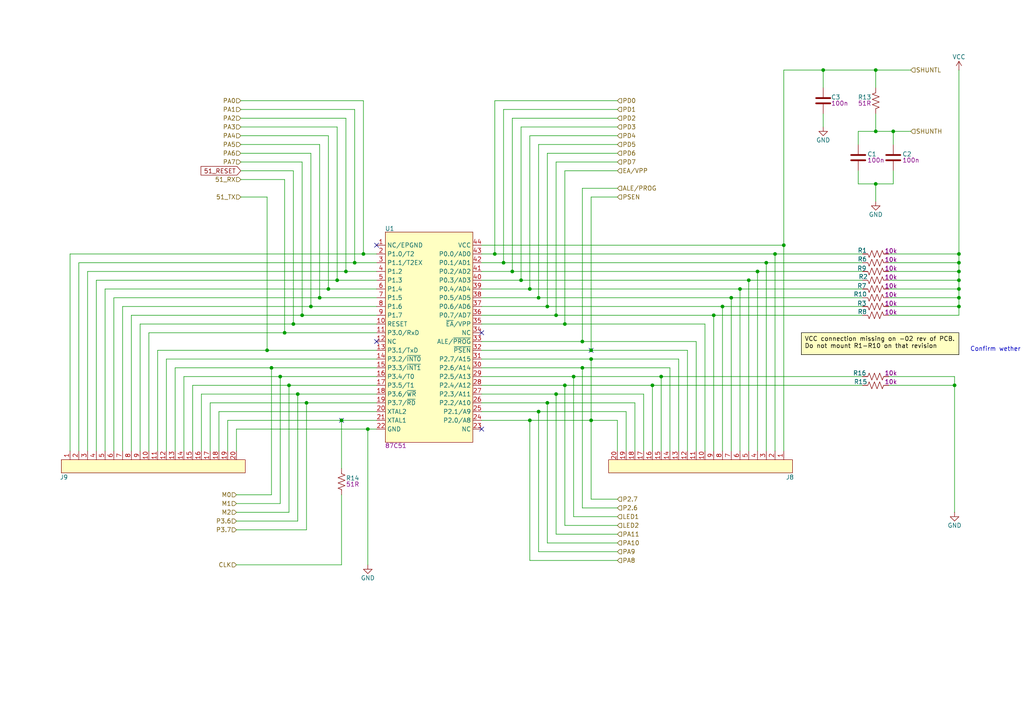
<source format=kicad_sch>
(kicad_sch (version 20231120) (generator "eeschema") (generator_version "8.0")
  (paper "A4")
  (lib_symbols
    (symbol "0603_Yageo_Res:RES_10k_0603" (pin_numbers hide)
      (property "Reference" "R" (at -20.32 5.08 0))
      (property "Display Value" "10k" (at 15.24 5.08 0))
      (symbol "RES_10k_0603_0_1"
        (polyline (pts (xy -2.286 0) (xy -2.54 0)))
        (polyline (pts (xy 2.286 0) (xy 2.54 0)))
        (polyline (pts (xy -2.286 0) (xy -1.905 1.016) (xy -1.524 0) (xy -1.143 -1.016) (xy -0.762 0)))
        (polyline (pts (xy -0.762 0) (xy -0.381 1.016) (xy 0 0) (xy 0.381 -1.016) (xy 0.762 0)))
        (polyline (pts (xy 0.762 0) (xy 1.143 1.016) (xy 1.524 0) (xy 1.905 -1.016) (xy 2.286 0)))
      )
      (symbol "RES_10k_0603_1_1"
        (pin passive line (at -3.81 0 0) (length 1.27) (name "~") (number "1"))
        (pin passive line (at 3.81 0 180) (length 1.27) (name "~") (number "2"))
      )
    )
    (symbol "0603_Yageo_Res:RES_51R_0603" (pin_numbers hide)
      (property "Reference" "R" (at -20.32 5.08 0))
      (property "Display Value" "51R" (at 15.24 5.08 0))
      (symbol "RES_51R_0603_0_1"
        (polyline (pts (xy -2.286 0) (xy -2.54 0)))
        (polyline (pts (xy 2.286 0) (xy 2.54 0)))
        (polyline (pts (xy -2.286 0) (xy -1.905 1.016) (xy -1.524 0) (xy -1.143 -1.016) (xy -0.762 0)))
        (polyline (pts (xy -0.762 0) (xy -0.381 1.016) (xy 0 0) (xy 0.381 -1.016) (xy 0.762 0)))
        (polyline (pts (xy 0.762 0) (xy 1.143 1.016) (xy 1.524 0) (xy 1.905 -1.016) (xy 2.286 0)))
      )
      (symbol "RES_51R_0603_1_1"
        (pin passive line (at -3.81 0 0) (length 1.27) (name "~") (number "1"))
        (pin passive line (at 3.81 0 180) (length 1.27) (name "~") (number "2"))
      )
    )
    (symbol "NAE_Connectors:VERT_HDR_20_2.54mm"
      (property "Reference" "J" (at 1.27 3.81 0))
      (symbol "VERT_HDR_20_2.54mm_1_1"
        (rectangle (start 0 2.54) (end 3.81 -50.8) (fill (type background)))
        (pin unspecified line (at -2.54 0 0) (length 2.54) (name "") (number "1"))
        (pin unspecified line (at -2.54 -22.86 0) (length 2.54) (name "") (number "10"))
        (pin unspecified line (at -2.54 -25.4 0) (length 2.54) (name "") (number "11"))
        (pin unspecified line (at -2.54 -27.94 0) (length 2.54) (name "") (number "12"))
        (pin unspecified line (at -2.54 -30.48 0) (length 2.54) (name "") (number "13"))
        (pin unspecified line (at -2.54 -33.02 0) (length 2.54) (name "") (number "14"))
        (pin unspecified line (at -2.54 -35.56 0) (length 2.54) (name "") (number "15"))
        (pin unspecified line (at -2.54 -38.1 0) (length 2.54) (name "") (number "16"))
        (pin unspecified line (at -2.54 -40.64 0) (length 2.54) (name "") (number "17"))
        (pin unspecified line (at -2.54 -43.18 0) (length 2.54) (name "") (number "18"))
        (pin unspecified line (at -2.54 -45.72 0) (length 2.54) (name "") (number "19"))
        (pin unspecified line (at -2.54 -2.54 0) (length 2.54) (name "") (number "2"))
        (pin unspecified line (at -2.54 -48.26 0) (length 2.54) (name "") (number "20"))
        (pin unspecified line (at -2.54 -5.08 0) (length 2.54) (name "") (number "3"))
        (pin unspecified line (at -2.54 -7.62 0) (length 2.54) (name "") (number "4"))
        (pin unspecified line (at -2.54 -10.16 0) (length 2.54) (name "") (number "5"))
        (pin unspecified line (at -2.54 -12.7 0) (length 2.54) (name "") (number "6"))
        (pin unspecified line (at -2.54 -15.24 0) (length 2.54) (name "") (number "7"))
        (pin unspecified line (at -2.54 -17.78 0) (length 2.54) (name "") (number "8"))
        (pin unspecified line (at -2.54 -20.32 0) (length 2.54) (name "") (number "9"))
      )
    )
    (symbol "NAE_Integrated_Circuits:87C51_Socket"
      (property "Reference" "U" (at -11.43 5.08 0))
      (property "Display Value" "87C51" (at -10.16 -58.42 0))
      (symbol "87C51_Socket_1_1"
        (rectangle (start -12.7 3.81) (end 12.7 -57.15) (fill (type background)))
        (pin unspecified line (at -15.24 0 0) (length 2.54) (name "NC/EPGND") (number "1"))
        (pin unspecified line (at -15.24 -22.86 0) (length 2.54) (name "RESET") (number "10"))
        (pin unspecified line (at -15.24 -25.4 0) (length 2.54) (name "P3.0/RxD") (number "11"))
        (pin unspecified line (at -15.24 -27.94 0) (length 2.54) (name "NC") (number "12"))
        (pin unspecified line (at -15.24 -30.48 0) (length 2.54) (name "P3.1/TxD") (number "13"))
        (pin unspecified line (at -15.24 -33.02 0) (length 2.54) (name "P3.2/~{INT0}") (number "14"))
        (pin unspecified line (at -15.24 -35.56 0) (length 2.54) (name "P3.3/~{INT1}") (number "15"))
        (pin unspecified line (at -15.24 -38.1 0) (length 2.54) (name "P3.4/T0") (number "16"))
        (pin unspecified line (at -15.24 -40.64 0) (length 2.54) (name "P3.5/T1") (number "17"))
        (pin unspecified line (at -15.24 -43.18 0) (length 2.54) (name "P3.6/~{WR}") (number "18"))
        (pin unspecified line (at -15.24 -45.72 0) (length 2.54) (name "P3.7/~{RD}") (number "19"))
        (pin unspecified line (at -15.24 -2.54 0) (length 2.54) (name "P1.0/T2") (number "2"))
        (pin unspecified line (at -15.24 -48.26 0) (length 2.54) (name "XTAL2") (number "20"))
        (pin unspecified line (at -15.24 -50.8 0) (length 2.54) (name "XTAL1") (number "21"))
        (pin unspecified line (at -15.24 -53.34 0) (length 2.54) (name "GND") (number "22"))
        (pin unspecified line (at 15.24 -53.34 180) (length 2.54) (name "NC") (number "23"))
        (pin unspecified line (at 15.24 -50.8 180) (length 2.54) (name "P2.0/A8") (number "24"))
        (pin unspecified line (at 15.24 -48.26 180) (length 2.54) (name "P2.1/A9") (number "25"))
        (pin unspecified line (at 15.24 -45.72 180) (length 2.54) (name "P2.2/A10") (number "26"))
        (pin unspecified line (at 15.24 -43.18 180) (length 2.54) (name "P2.3/A11") (number "27"))
        (pin unspecified line (at 15.24 -40.64 180) (length 2.54) (name "P2.4/A12") (number "28"))
        (pin unspecified line (at 15.24 -38.1 180) (length 2.54) (name "P2.5/A13") (number "29"))
        (pin unspecified line (at -15.24 -5.08 0) (length 2.54) (name "P1.1/T2EX") (number "3"))
        (pin unspecified line (at 15.24 -35.56 180) (length 2.54) (name "P2.6/A14") (number "30"))
        (pin unspecified line (at 15.24 -33.02 180) (length 2.54) (name "P2.7/A15") (number "31"))
        (pin unspecified line (at 15.24 -30.48 180) (length 2.54) (name "~{PSEN}") (number "32"))
        (pin unspecified line (at 15.24 -27.94 180) (length 2.54) (name "ALE/~{PROG}") (number "33"))
        (pin unspecified line (at 15.24 -25.4 180) (length 2.54) (name "NC") (number "34"))
        (pin unspecified line (at 15.24 -22.86 180) (length 2.54) (name "~{EA}/VPP") (number "35"))
        (pin unspecified line (at 15.24 -20.32 180) (length 2.54) (name "P0.7/AD7") (number "36"))
        (pin unspecified line (at 15.24 -17.78 180) (length 2.54) (name "P0.6/AD6") (number "37"))
        (pin unspecified line (at 15.24 -15.24 180) (length 2.54) (name "P0.5/AD5") (number "38"))
        (pin unspecified line (at 15.24 -12.7 180) (length 2.54) (name "P0.4/AD4") (number "39"))
        (pin unspecified line (at -15.24 -7.62 0) (length 2.54) (name "P1.2") (number "4"))
        (pin unspecified line (at 15.24 -10.16 180) (length 2.54) (name "P0.3/AD3") (number "40"))
        (pin unspecified line (at 15.24 -7.62 180) (length 2.54) (name "P0.2/AD2") (number "41"))
        (pin unspecified line (at 15.24 -5.08 180) (length 2.54) (name "P0.1/AD1") (number "42"))
        (pin unspecified line (at 15.24 -2.54 180) (length 2.54) (name "P0.0/AD0") (number "43"))
        (pin unspecified line (at 15.24 0 180) (length 2.54) (name "VCC") (number "44"))
        (pin unspecified line (at -15.24 -10.16 0) (length 2.54) (name "P1.3") (number "5"))
        (pin unspecified line (at -15.24 -12.7 0) (length 2.54) (name "P1.4") (number "6"))
        (pin unspecified line (at -15.24 -15.24 0) (length 2.54) (name "P1.5") (number "7"))
        (pin unspecified line (at -15.24 -17.78 0) (length 2.54) (name "P1.6") (number "8"))
        (pin unspecified line (at -15.24 -20.32 0) (length 2.54) (name "P1.7") (number "9"))
      )
    )
    (symbol "nae_caps:CAP_100n_6.3V_0603" (pin_numbers hide)
      (property "Reference" "C" (at -20.32 5.08 0))
      (property "Display Value" "100n" (at 15.24 5.08 0))
      (symbol "CAP_100n_6.3V_0603_0_1"
        (polyline (pts (xy -0.762 -2.032) (xy -0.762 2.032)) (stroke (width 0.508)))
        (polyline (pts (xy 0.762 -2.032) (xy 0.762 2.032)) (stroke (width 0.508)))
      )
      (symbol "CAP_100n_6.3V_0603_1_1"
        (pin passive line (at -3.81 0 0) (length 2.794) (name "~") (number "1"))
        (pin passive line (at 3.81 0 180) (length 2.794) (name "~") (number "2"))
      )
    )
    (symbol "power:GND" (power) (pin_numbers hide) (pin_names (offset 0) hide)
      (property "Value" "GND" (at 0 -3.81 0))
      (symbol "GND_0_1"
        (polyline (pts (xy 0 0) (xy 0 -1.27) (xy 1.27 -1.27) (xy 0 -2.54) (xy -1.27 -1.27) (xy 0 -1.27)))
      )
      (symbol "GND_1_1"
        (pin power_in line (at 0 0 270) (length 0) (name "~") (number "1"))
      )
    )
    (symbol "power:VCC" (power) (pin_numbers hide) (pin_names (offset 0) hide)
      (property "Value" "VCC" (at 0 3.556 0))
      (symbol "VCC_0_1"
        (polyline (pts (xy -0.762 1.27) (xy 0 2.54)))
        (polyline (pts (xy 0 0) (xy 0 2.54)))
        (polyline (pts (xy 0 2.54) (xy 0.762 1.27)))
      )
      (symbol "VCC_1_1"
        (pin power_in line (at 0 0 90) (length 0) (name "~") (number "1"))
      )
    )
  )
  (junction (at 158.75 116.84))
  (junction (at 81.28 109.22))
  (junction (at 278.13 76.2))
  (junction (at 214.63 83.82))
  (junction (at 171.45 104.14))
  (junction (at 278.13 73.66))
  (junction (at 106.68 124.46))
  (junction (at 161.29 114.3))
  (junction (at 83.82 111.76))
  (junction (at 278.13 83.82))
  (junction (at 254 53.34))
  (junction (at 87.63 91.44))
  (junction (at 171.45 101.6))
  (junction (at 82.55 96.52))
  (junction (at 78.74 106.68))
  (junction (at 168.91 106.68))
  (junction (at 161.29 91.44))
  (junction (at 143.51 73.66))
  (junction (at 102.87 76.2))
  (junction (at 219.71 78.74))
  (junction (at 151.13 81.28))
  (junction (at 92.71 86.36))
  (junction (at 153.67 121.92))
  (junction (at 90.17 88.9))
  (junction (at 212.09 86.36))
  (junction (at 254 38.1))
  (junction (at 86.36 114.3))
  (junction (at 88.9 116.84))
  (junction (at 207.01 91.44))
  (junction (at 227.33 71.12))
  (junction (at 153.67 83.82))
  (junction (at 77.47 101.6))
  (junction (at 238.76 20.32))
  (junction (at 166.37 109.22))
  (junction (at 163.83 93.98))
  (junction (at 278.13 86.36))
  (junction (at 95.25 83.82))
  (junction (at 278.13 78.74))
  (junction (at 191.77 109.22))
  (junction (at 99.06 121.92))
  (junction (at 276.86 111.76))
  (junction (at 224.79 73.66))
  (junction (at 156.21 119.38))
  (junction (at 259.08 38.1))
  (junction (at 171.45 121.92))
  (junction (at 148.59 78.74))
  (junction (at 278.13 81.28))
  (junction (at 158.75 88.9))
  (junction (at 254 20.32))
  (junction (at 146.05 76.2))
  (junction (at 278.13 88.9))
  (junction (at 100.33 78.74))
  (junction (at 222.25 76.2))
  (junction (at 168.91 99.06))
  (junction (at 156.21 86.36))
  (junction (at 105.41 73.66))
  (junction (at 97.79 81.28))
  (junction (at 85.09 93.98))
  (junction (at 163.83 111.76))
  (junction (at 189.23 111.76))
  (junction (at 217.17 81.28))
  (junction (at 209.55 88.9))
  (no_connect (at 109.22 99.06))
  (no_connect (at 171.45 101.6))
  (no_connect (at 109.22 71.12))
  (no_connect (at 139.7 96.52))
  (no_connect (at 139.7 124.46))
  (no_connect (at 99.06 121.92))
  (wire (pts (xy 276.86 111.76) (xy 276.86 148.59)))
  (wire (pts (xy 88.9 116.84) (xy 109.22 116.84)))
  (wire (pts (xy 257.81 109.22) (xy 276.86 109.22)))
  (wire (pts (xy 33.02 86.36) (xy 33.02 130.81)))
  (wire (pts (xy 161.29 91.44) (xy 161.29 46.99)))
  (wire (pts (xy 38.1 91.44) (xy 38.1 130.81)))
  (wire (pts (xy 238.76 20.32) (xy 254 20.32)))
  (wire (pts (xy 163.83 93.98) (xy 163.83 49.53)))
  (wire (pts (xy 50.8 106.68) (xy 50.8 130.81)))
  (wire (pts (xy 102.87 31.75) (xy 69.85 31.75)))
  (wire (pts (xy 87.63 46.99) (xy 69.85 46.99)))
  (wire (pts (xy 227.33 20.32) (xy 238.76 20.32)))
  (wire (pts (xy 100.33 78.74) (xy 109.22 78.74)))
  (wire (pts (xy 139.7 99.06) (xy 168.91 99.06)))
  (wire (pts (xy 148.59 78.74) (xy 219.71 78.74)))
  (wire (pts (xy 83.82 111.76) (xy 109.22 111.76)))
  (wire (pts (xy 90.17 88.9) (xy 109.22 88.9)))
  (wire (pts (xy 250.19 76.2) (xy 222.25 76.2)))
  (wire (pts (xy 92.71 86.36) (xy 109.22 86.36)))
  (wire (pts (xy 163.83 111.76) (xy 163.83 152.4)))
  (wire (pts (xy 68.58 124.46) (xy 68.58 130.81)))
  (wire (pts (xy 254 38.1) (xy 259.08 38.1)))
  (wire (pts (xy 278.13 86.36) (xy 278.13 83.82)))
  (wire (pts (xy 166.37 109.22) (xy 191.77 109.22)))
  (wire (pts (xy 146.05 76.2) (xy 146.05 31.75)))
  (wire (pts (xy 254 20.32) (xy 254 25.4)))
  (wire (pts (xy 139.7 71.12) (xy 227.33 71.12)))
  (wire (pts (xy 168.91 106.68) (xy 168.91 147.32)))
  (wire (pts (xy 105.41 73.66) (xy 109.22 73.66)))
  (wire (pts (xy 139.7 73.66) (xy 143.51 73.66)))
  (wire (pts (xy 196.85 104.14) (xy 171.45 104.14)))
  (wire (pts (xy 278.13 76.2) (xy 278.13 73.66)))
  (wire (pts (xy 82.55 96.52) (xy 109.22 96.52)))
  (wire (pts (xy 168.91 106.68) (xy 194.31 106.68)))
  (wire (pts (xy 63.5 119.38) (xy 109.22 119.38)))
  (wire (pts (xy 189.23 111.76) (xy 250.19 111.76)))
  (wire (pts (xy 68.58 148.59) (xy 83.82 148.59)))
  (wire (pts (xy 257.81 76.2) (xy 278.13 76.2)))
  (wire (pts (xy 151.13 81.28) (xy 151.13 36.83)))
  (wire (pts (xy 156.21 86.36) (xy 212.09 86.36)))
  (wire (pts (xy 199.39 101.6) (xy 199.39 130.81)))
  (wire (pts (xy 100.33 78.74) (xy 100.33 34.29)))
  (wire (pts (xy 158.75 157.48) (xy 179.07 157.48)))
  (wire (pts (xy 181.61 130.81) (xy 181.61 119.38)))
  (wire (pts (xy 168.91 54.61) (xy 179.07 54.61)))
  (wire (pts (xy 35.56 88.9) (xy 90.17 88.9)))
  (wire (pts (xy 58.42 114.3) (xy 58.42 130.81)))
  (wire (pts (xy 25.4 78.74) (xy 100.33 78.74)))
  (wire (pts (xy 207.01 130.81) (xy 207.01 91.44)))
  (wire (pts (xy 78.74 106.68) (xy 109.22 106.68)))
  (wire (pts (xy 139.7 78.74) (xy 148.59 78.74)))
  (wire (pts (xy 20.32 73.66) (xy 105.41 73.66)))
  (wire (pts (xy 69.85 52.07) (xy 82.55 52.07)))
  (wire (pts (xy 191.77 109.22) (xy 250.19 109.22)))
  (wire (pts (xy 257.81 83.82) (xy 278.13 83.82)))
  (wire (pts (xy 254 53.34) (xy 254 58.42)))
  (wire (pts (xy 276.86 109.22) (xy 276.86 111.76)))
  (wire (pts (xy 257.81 111.76) (xy 276.86 111.76)))
  (wire (pts (xy 83.82 111.76) (xy 83.82 148.59)))
  (wire (pts (xy 153.67 39.37) (xy 179.07 39.37)))
  (wire (pts (xy 27.94 81.28) (xy 97.79 81.28)))
  (wire (pts (xy 153.67 121.92) (xy 153.67 162.56)))
  (wire (pts (xy 171.45 101.6) (xy 171.45 57.15)))
  (wire (pts (xy 38.1 91.44) (xy 87.63 91.44)))
  (wire (pts (xy 161.29 154.94) (xy 179.07 154.94)))
  (wire (pts (xy 209.55 88.9) (xy 209.55 130.81)))
  (wire (pts (xy 33.02 86.36) (xy 92.71 86.36)))
  (wire (pts (xy 163.83 49.53) (xy 179.07 49.53)))
  (wire (pts (xy 97.79 81.28) (xy 97.79 36.83)))
  (wire (pts (xy 278.13 81.28) (xy 278.13 78.74)))
  (wire (pts (xy 153.67 83.82) (xy 153.67 39.37)))
  (wire (pts (xy 257.81 81.28) (xy 278.13 81.28)))
  (wire (pts (xy 163.83 152.4) (xy 179.07 152.4)))
  (wire (pts (xy 207.01 91.44) (xy 250.19 91.44)))
  (wire (pts (xy 278.13 20.32) (xy 278.13 73.66)))
  (wire (pts (xy 139.7 93.98) (xy 163.83 93.98)))
  (wire (pts (xy 153.67 121.92) (xy 171.45 121.92)))
  (wire (pts (xy 156.21 119.38) (xy 156.21 160.02)))
  (wire (pts (xy 257.81 78.74) (xy 278.13 78.74)))
  (wire (pts (xy 77.47 101.6) (xy 109.22 101.6)))
  (wire (pts (xy 184.15 130.81) (xy 184.15 116.84)))
  (wire (pts (xy 214.63 83.82) (xy 214.63 130.81)))
  (wire (pts (xy 163.83 111.76) (xy 189.23 111.76)))
  (wire (pts (xy 248.92 38.1) (xy 248.92 41.91)))
  (wire (pts (xy 139.7 86.36) (xy 156.21 86.36)))
  (wire (pts (xy 58.42 114.3) (xy 86.36 114.3)))
  (wire (pts (xy 161.29 114.3) (xy 161.29 154.94)))
  (wire (pts (xy 161.29 46.99) (xy 179.07 46.99)))
  (wire (pts (xy 257.81 73.66) (xy 278.13 73.66)))
  (wire (pts (xy 179.07 130.81) (xy 179.07 121.92)))
  (wire (pts (xy 171.45 57.15) (xy 179.07 57.15)))
  (wire (pts (xy 171.45 121.92) (xy 171.45 144.78)))
  (wire (pts (xy 53.34 109.22) (xy 53.34 130.81)))
  (wire (pts (xy 45.72 101.6) (xy 45.72 130.81)))
  (wire (pts (xy 158.75 88.9) (xy 158.75 44.45)))
  (wire (pts (xy 248.92 53.34) (xy 248.92 49.53)))
  (wire (pts (xy 156.21 41.91) (xy 179.07 41.91)))
  (wire (pts (xy 139.7 101.6) (xy 171.45 101.6)))
  (wire (pts (xy 257.81 88.9) (xy 278.13 88.9)))
  (wire (pts (xy 171.45 144.78) (xy 179.07 144.78)))
  (wire (pts (xy 35.56 88.9) (xy 35.56 130.81)))
  (wire (pts (xy 158.75 116.84) (xy 158.75 157.48)))
  (wire (pts (xy 161.29 91.44) (xy 207.01 91.44)))
  (wire (pts (xy 166.37 149.86) (xy 179.07 149.86)))
  (wire (pts (xy 139.7 116.84) (xy 158.75 116.84)))
  (wire (pts (xy 146.05 31.75) (xy 179.07 31.75)))
  (wire (pts (xy 68.58 153.67) (xy 88.9 153.67)))
  (wire (pts (xy 143.51 73.66) (xy 143.51 29.21)))
  (wire (pts (xy 238.76 33.02) (xy 238.76 36.83)))
  (wire (pts (xy 181.61 119.38) (xy 156.21 119.38)))
  (wire (pts (xy 68.58 143.51) (xy 78.74 143.51)))
  (wire (pts (xy 139.7 76.2) (xy 146.05 76.2)))
  (wire (pts (xy 238.76 20.32) (xy 238.76 25.4)))
  (wire (pts (xy 45.72 101.6) (xy 77.47 101.6)))
  (wire (pts (xy 278.13 88.9) (xy 278.13 86.36)))
  (wire (pts (xy 196.85 130.81) (xy 196.85 104.14)))
  (wire (pts (xy 20.32 73.66) (xy 20.32 130.81)))
  (wire (pts (xy 78.74 106.68) (xy 78.74 143.51)))
  (wire (pts (xy 68.58 146.05) (xy 81.28 146.05)))
  (wire (pts (xy 163.83 93.98) (xy 204.47 93.98)))
  (wire (pts (xy 143.51 73.66) (xy 224.79 73.66)))
  (wire (pts (xy 99.06 163.83) (xy 99.06 143.51)))
  (wire (pts (xy 156.21 119.38) (xy 139.7 119.38)))
  (wire (pts (xy 50.8 106.68) (xy 78.74 106.68)))
  (wire (pts (xy 66.04 121.92) (xy 99.06 121.92)))
  (wire (pts (xy 219.71 78.74) (xy 250.19 78.74)))
  (wire (pts (xy 217.17 130.81) (xy 217.17 81.28)))
  (wire (pts (xy 158.75 44.45) (xy 179.07 44.45)))
  (wire (pts (xy 95.25 83.82) (xy 95.25 39.37)))
  (wire (pts (xy 100.33 34.29) (xy 69.85 34.29)))
  (wire (pts (xy 88.9 116.84) (xy 88.9 153.67)))
  (wire (pts (xy 179.07 121.92) (xy 171.45 121.92)))
  (wire (pts (xy 222.25 76.2) (xy 222.25 130.81)))
  (wire (pts (xy 151.13 36.83) (xy 179.07 36.83)))
  (wire (pts (xy 27.94 81.28) (xy 27.94 130.81)))
  (wire (pts (xy 95.25 83.82) (xy 109.22 83.82)))
  (wire (pts (xy 212.09 86.36) (xy 250.19 86.36)))
  (wire (pts (xy 85.09 93.98) (xy 85.09 49.53)))
  (wire (pts (xy 68.58 124.46) (xy 106.68 124.46)))
  (wire (pts (xy 139.7 114.3) (xy 161.29 114.3)))
  (wire (pts (xy 60.96 116.84) (xy 88.9 116.84)))
  (wire (pts (xy 53.34 109.22) (xy 81.28 109.22)))
  (wire (pts (xy 219.71 78.74) (xy 219.71 130.81)))
  (wire (pts (xy 95.25 39.37) (xy 69.85 39.37)))
  (wire (pts (xy 139.7 104.14) (xy 171.45 104.14)))
  (wire (pts (xy 259.08 38.1) (xy 259.08 41.91)))
  (wire (pts (xy 66.04 121.92) (xy 66.04 130.81)))
  (wire (pts (xy 139.7 106.68) (xy 168.91 106.68)))
  (wire (pts (xy 60.96 116.84) (xy 60.96 130.81)))
  (wire (pts (xy 191.77 130.81) (xy 191.77 109.22)))
  (wire (pts (xy 257.81 91.44) (xy 278.13 91.44)))
  (wire (pts (xy 254 53.34) (xy 248.92 53.34)))
  (wire (pts (xy 254 33.02) (xy 254 38.1)))
  (wire (pts (xy 92.71 41.91) (xy 69.85 41.91)))
  (wire (pts (xy 63.5 119.38) (xy 63.5 130.81)))
  (wire (pts (xy 92.71 86.36) (xy 92.71 41.91)))
  (wire (pts (xy 227.33 71.12) (xy 227.33 130.81)))
  (wire (pts (xy 105.41 29.21) (xy 69.85 29.21)))
  (wire (pts (xy 224.79 73.66) (xy 224.79 130.81)))
  (wire (pts (xy 87.63 91.44) (xy 87.63 46.99)))
  (wire (pts (xy 81.28 109.22) (xy 81.28 146.05)))
  (wire (pts (xy 259.08 53.34) (xy 254 53.34)))
  (wire (pts (xy 158.75 88.9) (xy 209.55 88.9)))
  (wire (pts (xy 81.28 109.22) (xy 109.22 109.22)))
  (wire (pts (xy 139.7 83.82) (xy 153.67 83.82)))
  (wire (pts (xy 161.29 114.3) (xy 186.69 114.3)))
  (wire (pts (xy 278.13 91.44) (xy 278.13 88.9)))
  (wire (pts (xy 86.36 114.3) (xy 109.22 114.3)))
  (wire (pts (xy 227.33 20.32) (xy 227.33 71.12)))
  (wire (pts (xy 278.13 78.74) (xy 278.13 76.2)))
  (wire (pts (xy 90.17 44.45) (xy 69.85 44.45)))
  (wire (pts (xy 212.09 130.81) (xy 212.09 86.36)))
  (wire (pts (xy 214.63 83.82) (xy 250.19 83.82)))
  (wire (pts (xy 139.7 81.28) (xy 151.13 81.28)))
  (wire (pts (xy 148.59 34.29) (xy 179.07 34.29)))
  (wire (pts (xy 156.21 86.36) (xy 156.21 41.91)))
  (wire (pts (xy 186.69 114.3) (xy 186.69 130.81)))
  (wire (pts (xy 153.67 162.56) (xy 179.07 162.56)))
  (wire (pts (xy 102.87 76.2) (xy 102.87 31.75)))
  (wire (pts (xy 248.92 38.1) (xy 254 38.1)))
  (wire (pts (xy 259.08 49.53) (xy 259.08 53.34)))
  (wire (pts (xy 139.7 109.22) (xy 166.37 109.22)))
  (wire (pts (xy 151.13 81.28) (xy 217.17 81.28)))
  (wire (pts (xy 257.81 86.36) (xy 278.13 86.36)))
  (wire (pts (xy 201.93 99.06) (xy 168.91 99.06)))
  (wire (pts (xy 143.51 29.21) (xy 179.07 29.21)))
  (wire (pts (xy 68.58 163.83) (xy 99.06 163.83)))
  (wire (pts (xy 201.93 130.81) (xy 201.93 99.06)))
  (wire (pts (xy 85.09 93.98) (xy 109.22 93.98)))
  (wire (pts (xy 194.31 106.68) (xy 194.31 130.81)))
  (wire (pts (xy 30.48 83.82) (xy 95.25 83.82)))
  (wire (pts (xy 106.68 124.46) (xy 106.68 163.83)))
  (wire (pts (xy 168.91 99.06) (xy 168.91 54.61)))
  (wire (pts (xy 204.47 93.98) (xy 204.47 130.81)))
  (wire (pts (xy 43.18 96.52) (xy 43.18 130.81)))
  (wire (pts (xy 30.48 83.82) (xy 30.48 130.81)))
  (wire (pts (xy 40.64 93.98) (xy 85.09 93.98)))
  (wire (pts (xy 166.37 109.22) (xy 166.37 149.86)))
  (wire (pts (xy 139.7 91.44) (xy 161.29 91.44)))
  (wire (pts (xy 87.63 91.44) (xy 109.22 91.44)))
  (wire (pts (xy 171.45 104.14) (xy 171.45 121.92)))
  (wire (pts (xy 68.58 151.13) (xy 86.36 151.13)))
  (wire (pts (xy 99.06 121.92) (xy 99.06 135.89)))
  (wire (pts (xy 168.91 147.32) (xy 179.07 147.32)))
  (wire (pts (xy 48.26 104.14) (xy 48.26 130.81)))
  (wire (pts (xy 25.4 78.74) (xy 25.4 130.81)))
  (wire (pts (xy 171.45 101.6) (xy 199.39 101.6)))
  (wire (pts (xy 139.7 111.76) (xy 163.83 111.76)))
  (wire (pts (xy 77.47 101.6) (xy 77.47 57.15)))
  (wire (pts (xy 209.55 88.9) (xy 250.19 88.9)))
  (wire (pts (xy 97.79 81.28) (xy 109.22 81.28)))
  (wire (pts (xy 97.79 36.83) (xy 69.85 36.83)))
  (wire (pts (xy 139.7 88.9) (xy 158.75 88.9)))
  (wire (pts (xy 224.79 73.66) (xy 250.19 73.66)))
  (wire (pts (xy 148.59 78.74) (xy 148.59 34.29)))
  (wire (pts (xy 153.67 83.82) (xy 214.63 83.82)))
  (wire (pts (xy 55.88 111.76) (xy 55.88 130.81)))
  (wire (pts (xy 278.13 83.82) (xy 278.13 81.28)))
  (wire (pts (xy 40.64 93.98) (xy 40.64 130.81)))
  (wire (pts (xy 22.86 76.2) (xy 102.87 76.2)))
  (wire (pts (xy 85.09 49.53) (xy 69.85 49.53)))
  (wire (pts (xy 146.05 76.2) (xy 222.25 76.2)))
  (wire (pts (xy 105.41 29.21) (xy 105.41 73.66)))
  (wire (pts (xy 264.16 38.1) (xy 259.08 38.1)))
  (wire (pts (xy 189.23 111.76) (xy 189.23 130.81)))
  (wire (pts (xy 156.21 160.02) (xy 179.07 160.02)))
  (wire (pts (xy 77.47 57.15) (xy 69.85 57.15)))
  (wire (pts (xy 86.36 114.3) (xy 86.36 151.13)))
  (wire (pts (xy 22.86 76.2) (xy 22.86 130.81)))
  (wire (pts (xy 99.06 121.92) (xy 109.22 121.92)))
  (wire (pts (xy 43.18 96.52) (xy 82.55 96.52)))
  (wire (pts (xy 139.7 121.92) (xy 153.67 121.92)))
  (wire (pts (xy 48.26 104.14) (xy 109.22 104.14)))
  (wire (pts (xy 102.87 76.2) (xy 109.22 76.2)))
  (wire (pts (xy 82.55 96.52) (xy 82.55 52.07)))
  (wire (pts (xy 106.68 124.46) (xy 109.22 124.46)))
  (wire (pts (xy 217.17 81.28) (xy 250.19 81.28)))
  (wire (pts (xy 90.17 88.9) (xy 90.17 44.45)))
  (wire (pts (xy 55.88 111.76) (xy 83.82 111.76)))
  (wire (pts (xy 264.16 20.32) (xy 254 20.32)))
  (wire (pts (xy 158.75 116.84) (xy 184.15 116.84)))
  (text_box "VCC connection missing on -02 rev of PCB.\nDo not mount R1-R10 on that revision" (at 232.41 96.52 0) (size 45.72 6.35) (stroke (width 0) (color 0 0 0 1)) (fill (type color) (color 255 255 194 1)) (effects (font (size 1.27 1.27)) (justify left top)))
  (text "Not loving this set up unsure how to make it clearer with the hirearchical labels\n" (at 73.406 -3.302 0) (effects (font (size 1.27 1.27))))
  (text "Confirm wether R1-R10 should be mounted as note on 308 schematic says 02 rev DNM\n" (at 324.866 101.346 0) (effects (font (size 1.27 1.27))))
  (global_label "51_RESET" (shape input) (at 69.85 49.53 180) (property "Intersheetrefs" "${INTERSHEET_REFS}" (effects (hide yes))))
  (hierarchical_label "PA7" (shape input) (at 69.85 46.99 180))
  (hierarchical_label "M2" (shape input) (at 68.58 148.59 180))
  (hierarchical_label "EA{slash}VPP" (shape input) (at 179.07 49.53 0))
  (hierarchical_label "P2.6" (shape input) (at 179.07 147.32 0))
  (hierarchical_label "SHUNTH" (shape input) (at 264.16 38.1 0))
  (hierarchical_label "M1" (shape input) (at 68.58 146.05 180))
  (hierarchical_label "CLK" (shape input) (at 68.58 163.83 180))
  (hierarchical_label "PD0" (shape input) (at 179.07 29.21 0))
  (hierarchical_label "51_TX" (shape input) (at 69.85 57.15 180))
  (hierarchical_label "LED1" (shape input) (at 179.07 149.86 0))
  (hierarchical_label "PSEN" (shape input) (at 179.07 57.15 0))
  (hierarchical_label "M0" (shape input) (at 68.58 143.51 180))
  (hierarchical_label "PA5" (shape input) (at 69.85 41.91 180))
  (hierarchical_label "51_RX" (shape input) (at 69.85 52.07 180))
  (hierarchical_label "SHUNTL" (shape input) (at 264.16 20.32 0))
  (hierarchical_label "PA1" (shape input) (at 69.85 31.75 180))
  (hierarchical_label "PD7" (shape input) (at 179.07 46.99 0))
  (hierarchical_label "PA8" (shape input) (at 179.07 162.56 0))
  (hierarchical_label "PA10" (shape input) (at 179.07 157.48 0))
  (hierarchical_label "PA3" (shape input) (at 69.85 36.83 180))
  (hierarchical_label "P2.7" (shape input) (at 179.07 144.78 0))
  (hierarchical_label "LED2" (shape input) (at 179.07 152.4 0))
  (hierarchical_label "PA6" (shape input) (at 69.85 44.45 180))
  (hierarchical_label "PD6" (shape input) (at 179.07 44.45 0))
  (hierarchical_label "PA4" (shape input) (at 69.85 39.37 180))
  (hierarchical_label "PA0" (shape input) (at 69.85 29.21 180))
  (hierarchical_label "PD2" (shape input) (at 179.07 34.29 0))
  (hierarchical_label "PD5" (shape input) (at 179.07 41.91 0))
  (hierarchical_label "PD4" (shape input) (at 179.07 39.37 0))
  (hierarchical_label "P3.6" (shape input) (at 68.58 151.13 180))
  (hierarchical_label "ALE{slash}PROG" (shape input) (at 179.07 54.61 0))
  (hierarchical_label "PA2" (shape input) (at 69.85 34.29 180))
  (hierarchical_label "P3.7" (shape input) (at 68.58 153.67 180))
  (hierarchical_label "PD1" (shape input) (at 179.07 31.75 0))
  (hierarchical_label "PA11" (shape input) (at 179.07 154.94 0))
  (hierarchical_label "PA9" (shape input) (at 179.07 160.02 0))
  (hierarchical_label "PD3" (shape input) (at 179.07 36.83 0))
  (symbol (lib_id "power:VCC") (at 278.13 20.32 0) (unit 1)
    (property "Reference" "#PWR019" (effects (hide yes)))
    (property "Value" "VCC" (at 278.13 16.51 0))
    (property "Description" "Power symbol creates a global label with name \"VCC\"" (effects (hide yes)))
  )
  (symbol (lib_id "power:GND") (at 254 58.42 0) (mirror y) (unit 1)
    (property "Reference" "#PWR021" (effects (hide yes)))
    (property "Value" "GND" (at 254 62.23 0))
    (property "Description" "Power symbol creates a global label with name \"GND\" , ground" (effects (hide yes)))
  )
  (symbol (lib_id "0603_Yageo_Res:RES_10k_0603") (at 254 109.22 180) (unit 1)
    (property "Reference" "R16" (at 247.396 108.204 0) (effects (justify right)))
    (property "Value" "RES_10k_0603" (effects (hide yes)))
    (property "Footprint" "Resistor_SMD:R_0603_1608Metric" (effects (hide yes)))
    (property "Datasheet" "https://www.yageo.com/upload/media/product/products/datasheet/rchip/PYu-RC_Group_51_RoHS_L_12.pdf" (effects (hide yes)))
    (property "Description" "RES 10K OHM 1% 1/10W 0603" (effects (hide yes)))
    (property "Display Value" "10k" (at 256.54 108.204 0) (effects (justify right)))
    (property "Manufacturer" "YAGEO" (effects (hide yes)))
    (property "Manufacturer Part Number" "RC0603FR-0710KL" (effects (hide yes)))
    (property "Supplier 1" "DigiKey" (effects (hide yes)))
    (property "Supplier 1 Part Number" "311-10.0KHRCT-ND" (effects (hide yes)))
    (property "Supplier 2" "no_data" (effects (hide yes)))
    (property "Supplier 2 Part Number" "no_data" (effects (hide yes)))
  )
  (symbol (lib_id "0603_Yageo_Res:RES_10k_0603") (at 254 73.66 0) (mirror x) (unit 1)
    (property "Reference" "R1" (at 251.46 72.644 0) (effects (justify right)))
    (property "Value" "RES_10k_0603" (effects (hide yes)))
    (property "Footprint" "Resistor_SMD:R_0603_1608Metric" (effects (hide yes)))
    (property "Datasheet" "https://www.yageo.com/upload/media/product/products/datasheet/rchip/PYu-RC_Group_51_RoHS_L_12.pdf" (effects (hide yes)))
    (property "Description" "RES 10K OHM 1% 1/10W 0603" (effects (hide yes)))
    (property "Display Value" "10k" (at 260.223 72.771 0) (effects (justify right)))
    (property "Manufacturer" "YAGEO" (effects (hide yes)))
    (property "Manufacturer Part Number" "RC0603FR-0710KL" (effects (hide yes)))
    (property "Supplier 1" "DigiKey" (effects (hide yes)))
    (property "Supplier 1 Part Number" "311-10.0KHRCT-ND" (effects (hide yes)))
    (property "Supplier 2" "no_data" (effects (hide yes)))
    (property "Supplier 2 Part Number" "no_data" (effects (hide yes)))
  )
  (symbol (lib_id "0603_Yageo_Res:RES_10k_0603") (at 254 76.2 0) (mirror x) (unit 1)
    (property "Reference" "R6" (at 251.46 75.184 0) (effects (justify right)))
    (property "Value" "RES_10k_0603" (effects (hide yes)))
    (property "Footprint" "Resistor_SMD:R_0603_1608Metric" (effects (hide yes)))
    (property "Datasheet" "https://www.yageo.com/upload/media/product/products/datasheet/rchip/PYu-RC_Group_51_RoHS_L_12.pdf" (effects (hide yes)))
    (property "Description" "RES 10K OHM 1% 1/10W 0603" (effects (hide yes)))
    (property "Display Value" "10k" (at 260.223 75.311 0) (effects (justify right)))
    (property "Manufacturer" "YAGEO" (effects (hide yes)))
    (property "Manufacturer Part Number" "RC0603FR-0710KL" (effects (hide yes)))
    (property "Supplier 1" "DigiKey" (effects (hide yes)))
    (property "Supplier 1 Part Number" "311-10.0KHRCT-ND" (effects (hide yes)))
    (property "Supplier 2" "no_data" (effects (hide yes)))
    (property "Supplier 2 Part Number" "no_data" (effects (hide yes)))
  )
  (symbol (lib_id "0603_Yageo_Res:RES_10k_0603") (at 254 86.36 0) (mirror x) (unit 1)
    (property "Reference" "R10" (at 251.46 85.344 0) (effects (justify right)))
    (property "Value" "RES_10k_0603" (effects (hide yes)))
    (property "Footprint" "Resistor_SMD:R_0603_1608Metric" (effects (hide yes)))
    (property "Datasheet" "https://www.yageo.com/upload/media/product/products/datasheet/rchip/PYu-RC_Group_51_RoHS_L_12.pdf" (effects (hide yes)))
    (property "Description" "RES 10K OHM 1% 1/10W 0603" (effects (hide yes)))
    (property "Display Value" "10k" (at 260.223 85.471 0) (effects (justify right)))
    (property "Manufacturer" "YAGEO" (effects (hide yes)))
    (property "Manufacturer Part Number" "RC0603FR-0710KL" (effects (hide yes)))
    (property "Supplier 1" "DigiKey" (effects (hide yes)))
    (property "Supplier 1 Part Number" "311-10.0KHRCT-ND" (effects (hide yes)))
    (property "Supplier 2" "no_data" (effects (hide yes)))
    (property "Supplier 2 Part Number" "no_data" (effects (hide yes)))
  )
  (symbol (lib_id "nae_caps:CAP_100n_6.3V_0603") (at 259.08 45.72 270) (mirror x) (unit 1)
    (property "Reference" "C2" (at 264.414 44.704 90) (effects (justify right)))
    (property "Value" "CAP_100n_6.3V_0603" (effects (hide yes)))
    (property "Footprint" "Capacitor_SMD:C_0603_1608Metric" (effects (hide yes)))
    (property "Datasheet" "https://www.yageo.com/upload/media/product/productsearch/datasheet/mlcc/UPY-GPHC_X7R_6.3V-to-250V_24.pdf" (effects (hide yes)))
    (property "Description" "CAP CER 0.1UF 6.3V X7R 0603" (effects (hide yes)))
    (property "Display Value" "100n" (at 266.7 46.4819 90) (effects (justify right)))
    (property "Manufacturer" "YAGEO" (effects (hide yes)))
    (property "Manufacturer Part Number" "CC0603KRX7R5BB104" (effects (hide yes)))
    (property "Supplier 1" "DigiKey" (effects (hide yes)))
    (property "Supplier 1 Part Number" "13-CC0603KRX7R5BB104CT-ND" (effects (hide yes)))
    (property "Supplier 2" "no_data" (effects (hide yes)))
    (property "Supplier 2 Part Number" "no_data" (effects (hide yes)))
  )
  (symbol (lib_id "0603_Yageo_Res:RES_10k_0603") (at 254 81.28 0) (mirror x) (unit 1)
    (property "Reference" "R2" (at 251.714 80.2641 0) (effects (justify right)))
    (property "Value" "RES_10k_0603" (effects (hide yes)))
    (property "Footprint" "Resistor_SMD:R_0603_1608Metric" (effects (hide yes)))
    (property "Datasheet" "https://www.yageo.com/upload/media/product/products/datasheet/rchip/PYu-RC_Group_51_RoHS_L_12.pdf" (effects (hide yes)))
    (property "Description" "RES 10K OHM 1% 1/10W 0603" (effects (hide yes)))
    (property "Display Value" "10k" (at 260.223 80.391 0) (effects (justify right)))
    (property "Manufacturer" "YAGEO" (effects (hide yes)))
    (property "Manufacturer Part Number" "RC0603FR-0710KL" (effects (hide yes)))
    (property "Supplier 1" "DigiKey" (effects (hide yes)))
    (property "Supplier 1 Part Number" "311-10.0KHRCT-ND" (effects (hide yes)))
    (property "Supplier 2" "no_data" (effects (hide yes)))
    (property "Supplier 2 Part Number" "no_data" (effects (hide yes)))
  )
  (symbol (lib_id "0603_Yageo_Res:RES_10k_0603") (at 254 111.76 180) (unit 1)
    (property "Reference" "R15" (at 247.65 110.744 0) (effects (justify right)))
    (property "Value" "RES_10k_0603" (effects (hide yes)))
    (property "Footprint" "Resistor_SMD:R_0603_1608Metric" (effects (hide yes)))
    (property "Datasheet" "https://www.yageo.com/upload/media/product/products/datasheet/rchip/PYu-RC_Group_51_RoHS_L_12.pdf" (effects (hide yes)))
    (property "Description" "RES 10K OHM 1% 1/10W 0603" (effects (hide yes)))
    (property "Display Value" "10k" (at 256.54 110.744 0) (effects (justify right)))
    (property "Manufacturer" "YAGEO" (effects (hide yes)))
    (property "Manufacturer Part Number" "RC0603FR-0710KL" (effects (hide yes)))
    (property "Supplier 1" "DigiKey" (effects (hide yes)))
    (property "Supplier 1 Part Number" "311-10.0KHRCT-ND" (effects (hide yes)))
    (property "Supplier 2" "no_data" (effects (hide yes)))
    (property "Supplier 2 Part Number" "no_data" (effects (hide yes)))
  )
  (symbol (lib_id "power:GND") (at 276.86 148.59 0) (unit 1)
    (property "Reference" "#PWR020" (effects (hide yes)))
    (property "Value" "GND" (at 276.86 152.4 0))
    (property "Description" "Power symbol creates a global label with name \"GND\" , ground" (effects (hide yes)))
  )
  (symbol (lib_id "0603_Yageo_Res:RES_10k_0603") (at 254 91.44 0) (mirror x) (unit 1)
    (property "Reference" "R8" (at 251.46 90.424 0) (effects (justify right)))
    (property "Value" "RES_10k_0603" (effects (hide yes)))
    (property "Footprint" "Resistor_SMD:R_0603_1608Metric" (effects (hide yes)))
    (property "Datasheet" "https://www.yageo.com/upload/media/product/products/datasheet/rchip/PYu-RC_Group_51_RoHS_L_12.pdf" (effects (hide yes)))
    (property "Description" "RES 10K OHM 1% 1/10W 0603" (effects (hide yes)))
    (property "Display Value" "10k" (at 260.223 90.551 0) (effects (justify right)))
    (property "Manufacturer" "YAGEO" (effects (hide yes)))
    (property "Manufacturer Part Number" "RC0603FR-0710KL" (effects (hide yes)))
    (property "Supplier 1" "DigiKey" (effects (hide yes)))
    (property "Supplier 1 Part Number" "311-10.0KHRCT-ND" (effects (hide yes)))
    (property "Supplier 2" "no_data" (effects (hide yes)))
    (property "Supplier 2 Part Number" "no_data" (effects (hide yes)))
  )
  (symbol (lib_id "0603_Yageo_Res:RES_10k_0603") (at 254 88.9 0) (mirror x) (unit 1)
    (property "Reference" "R3" (at 251.333 88.011 0) (effects (justify right)))
    (property "Value" "RES_10k_0603" (effects (hide yes)))
    (property "Footprint" "Resistor_SMD:R_0603_1608Metric" (effects (hide yes)))
    (property "Datasheet" "https://www.yageo.com/upload/media/product/products/datasheet/rchip/PYu-RC_Group_51_RoHS_L_12.pdf" (effects (hide yes)))
    (property "Description" "RES 10K OHM 1% 1/10W 0603" (effects (hide yes)))
    (property "Display Value" "10k" (at 260.223 88.011 0) (effects (justify right)))
    (property "Manufacturer" "YAGEO" (effects (hide yes)))
    (property "Manufacturer Part Number" "RC0603FR-0710KL" (effects (hide yes)))
    (property "Supplier 1" "DigiKey" (effects (hide yes)))
    (property "Supplier 1 Part Number" "311-10.0KHRCT-ND" (effects (hide yes)))
    (property "Supplier 2" "no_data" (effects (hide yes)))
    (property "Supplier 2 Part Number" "no_data" (effects (hide yes)))
  )
  (symbol (lib_id "NAE_Integrated_Circuits:87C51_Socket") (at 124.46 71.12 0) (unit 1)
    (property "Reference" "U1" (at 113.03 66.294 0))
    (property "Value" "87C51" (effects (hide yes)))
    (property "Footprint" "Package_LCC:PLCC-44_THT-Socket" (effects (hide yes)))
    (property "Datasheet" "https://multimedia.3m.com/mws/media/358813O/3m-chip-carrier-sockets-lp-4-row-t-h-8400-series-ts2148.pdf" (effects (hide yes)))
    (property "Description" "CONN SOCKET PLCC 44POS TIN" (effects (hide yes)))
    (property "Display Value" "87C51" (at 114.808 129.286 0))
    (property "Manufacturer" "3M" (effects (hide yes)))
    (property "Manufacturer Part Number" "8444-11B1-RK-TP" (effects (hide yes)))
    (property "Supplier 1" "DigiKey" (effects (hide yes)))
    (property "Supplier 1 Part Number" "3M4411B1-ND" (effects (hide yes)))
  )
  (symbol (lib_id "NAE_Connectors:VERT_HDR_20_2.54mm") (at 227.33 133.35 270) (unit 1)
    (property "Reference" "J8" (at 229.108 138.43 90))
    (property "Value" "68000-220HLF" (effects (hide yes)))
    (property "Footprint" "Connector_PinHeader_2.54mm:PinHeader_1x20_P2.54mm_Vertical" (effects (hide yes)))
    (property "Datasheet" "https://cdn.amphenol-cs.com/media/wysiwyg/files/documentation/datasheet/boardwiretoboard/bwb_bergstik.pdf" (effects (hide yes)))
    (property "Description" "CONN HEADER VERT 20POS 2.54MM" (effects (hide yes)))
    (property "Display Value" "68000-220HLF" (effects (hide yes)))
    (property "Manufacturer" "Amphenol ICC (FCI)" (effects (hide yes)))
    (property "Manufacturer Part Number" "68000-220HLF" (effects (hide yes)))
    (property "Supplier 1" "DigiKey" (effects (hide yes)))
    (property "Supplier 1 Part Number" "609-5100-ND" (effects (hide yes)))
  )
  (symbol (lib_id "power:GND") (at 238.76 36.83 0) (unit 1)
    (property "Reference" "#PWR012" (effects (hide yes)))
    (property "Value" "GND" (at 238.76 40.64 0))
    (property "Description" "Power symbol creates a global label with name \"GND\" , ground" (effects (hide yes)))
  )
  (symbol (lib_id "0603_Yageo_Res:RES_10k_0603") (at 254 83.82 0) (mirror x) (unit 1)
    (property "Reference" "R7" (at 251.333 82.931 0) (effects (justify right)))
    (property "Value" "RES_10k_0603" (effects (hide yes)))
    (property "Footprint" "Resistor_SMD:R_0603_1608Metric" (effects (hide yes)))
    (property "Datasheet" "https://www.yageo.com/upload/media/product/products/datasheet/rchip/PYu-RC_Group_51_RoHS_L_12.pdf" (effects (hide yes)))
    (property "Description" "RES 10K OHM 1% 1/10W 0603" (effects (hide yes)))
    (property "Display Value" "10k" (at 260.223 82.931 0) (effects (justify right)))
    (property "Manufacturer" "YAGEO" (effects (hide yes)))
    (property "Manufacturer Part Number" "RC0603FR-0710KL" (effects (hide yes)))
    (property "Supplier 1" "DigiKey" (effects (hide yes)))
    (property "Supplier 1 Part Number" "311-10.0KHRCT-ND" (effects (hide yes)))
    (property "Supplier 2" "no_data" (effects (hide yes)))
    (property "Supplier 2 Part Number" "no_data" (effects (hide yes)))
  )
  (symbol (lib_id "nae_caps:CAP_100n_6.3V_0603") (at 238.76 29.21 90) (unit 1)
    (property "Reference" "C3" (at 241.046 28.1941 90) (effects (justify right)))
    (property "Value" "CAP_100n_6.3V_0603" (effects (hide yes)))
    (property "Footprint" "Capacitor_SMD:C_0603_1608Metric" (effects (hide yes)))
    (property "Datasheet" "https://www.yageo.com/upload/media/product/productsearch/datasheet/mlcc/UPY-GPHC_X7R_6.3V-to-250V_24.pdf" (effects (hide yes)))
    (property "Description" "CAP CER 0.1UF 6.3V X7R 0603" (effects (hide yes)))
    (property "Display Value" "100n" (at 241.046 29.972 90) (effects (justify right)))
    (property "Manufacturer" "YAGEO" (effects (hide yes)))
    (property "Manufacturer Part Number" "CC0603KRX7R5BB104" (effects (hide yes)))
    (property "Supplier 1" "DigiKey" (effects (hide yes)))
    (property "Supplier 1 Part Number" "13-CC0603KRX7R5BB104CT-ND" (effects (hide yes)))
    (property "Supplier 2" "no_data" (effects (hide yes)))
    (property "Supplier 2 Part Number" "no_data" (effects (hide yes)))
  )
  (symbol (lib_id "NAE_Connectors:VERT_HDR_20_2.54mm") (at 20.32 133.35 90) (mirror x) (unit 1)
    (property "Reference" "J9" (at 18.542 138.43 90))
    (property "Value" "68000-220HLF" (effects (hide yes)))
    (property "Footprint" "Connector_PinHeader_2.54mm:PinHeader_1x20_P2.54mm_Vertical" (effects (hide yes)))
    (property "Datasheet" "https://cdn.amphenol-cs.com/media/wysiwyg/files/documentation/datasheet/boardwiretoboard/bwb_bergstik.pdf" (effects (hide yes)))
    (property "Description" "CONN HEADER VERT 20POS 2.54MM" (effects (hide yes)))
    (property "Display Value" "68000-220HLF" (effects (hide yes)))
    (property "Manufacturer" "Amphenol ICC (FCI)" (effects (hide yes)))
    (property "Manufacturer Part Number" "68000-220HLF" (effects (hide yes)))
    (property "Supplier 1" "DigiKey" (effects (hide yes)))
    (property "Supplier 1 Part Number" "609-5100-ND" (effects (hide yes)))
  )
  (symbol (lib_id "power:GND") (at 106.68 163.83 0) (unit 1)
    (property "Reference" "#PWR018" (effects (hide yes)))
    (property "Value" "GND" (at 106.68 167.64 0))
    (property "Description" "Power symbol creates a global label with name \"GND\" , ground" (effects (hide yes)))
  )
  (symbol (lib_id "0603_Yageo_Res:RES_51R_0603") (at 254 29.21 270) (mirror x) (unit 1)
    (property "Reference" "R13" (at 252.73 28.1941 90) (effects (justify right)))
    (property "Value" "RES_51R_0603" (effects (hide yes)))
    (property "Footprint" "Resistor_SMD:R_0603_1608Metric" (effects (hide yes)))
    (property "Datasheet" "https://www.yageo.com/upload/media/product/products/datasheet/rchip/PYu-RC_Group_51_RoHS_L_12.pdf" (effects (hide yes)))
    (property "Description" "RES 51 OHM 1% 1/10W 0603" (effects (hide yes)))
    (property "Display Value" "51R" (at 252.73 29.972 90) (effects (justify right)))
    (property "Manufacturer" "YAGEO" (effects (hide yes)))
    (property "Manufacturer Part Number" "RC0603FR-0751RL" (effects (hide yes)))
    (property "Supplier 1" "DigiKey" (effects (hide yes)))
    (property "Supplier 1 Part Number" "311-51.0HRCT-ND" (effects (hide yes)))
    (property "Supplier 2" "no_data" (effects (hide yes)))
    (property "Supplier 2 Part Number" "no_data" (effects (hide yes)))
  )
  (symbol (lib_id "0603_Yageo_Res:RES_10k_0603") (at 254 78.74 0) (mirror x) (unit 1)
    (property "Reference" "R9" (at 251.333 77.851 0) (effects (justify right)))
    (property "Value" "RES_10k_0603" (effects (hide yes)))
    (property "Footprint" "Resistor_SMD:R_0603_1608Metric" (effects (hide yes)))
    (property "Datasheet" "https://www.yageo.com/upload/media/product/products/datasheet/rchip/PYu-RC_Group_51_RoHS_L_12.pdf" (effects (hide yes)))
    (property "Description" "RES 10K OHM 1% 1/10W 0603" (effects (hide yes)))
    (property "Display Value" "10k" (at 260.223 77.851 0) (effects (justify right)))
    (property "Manufacturer" "YAGEO" (effects (hide yes)))
    (property "Manufacturer Part Number" "RC0603FR-0710KL" (effects (hide yes)))
    (property "Supplier 1" "DigiKey" (effects (hide yes)))
    (property "Supplier 1 Part Number" "311-10.0KHRCT-ND" (effects (hide yes)))
    (property "Supplier 2" "no_data" (effects (hide yes)))
    (property "Supplier 2 Part Number" "no_data" (effects (hide yes)))
  )
  (symbol (lib_id "0603_Yageo_Res:RES_51R_0603") (at 99.06 139.7 90) (unit 1)
    (property "Reference" "R14" (at 100.33 138.6841 90) (effects (justify right)))
    (property "Value" "RES_51R_0603" (effects (hide yes)))
    (property "Footprint" "Resistor_SMD:R_0603_1608Metric" (effects (hide yes)))
    (property "Datasheet" "https://www.yageo.com/upload/media/product/products/datasheet/rchip/PYu-RC_Group_51_RoHS_L_12.pdf" (effects (hide yes)))
    (property "Description" "RES 51 OHM 1% 1/10W 0603" (effects (hide yes)))
    (property "Display Value" "51R" (at 100.33 140.462 90) (effects (justify right)))
    (property "Manufacturer" "YAGEO" (effects (hide yes)))
    (property "Manufacturer Part Number" "RC0603FR-0751RL" (effects (hide yes)))
    (property "Supplier 1" "DigiKey" (effects (hide yes)))
    (property "Supplier 1 Part Number" "311-51.0HRCT-ND" (effects (hide yes)))
    (property "Supplier 2" "no_data" (effects (hide yes)))
    (property "Supplier 2 Part Number" "no_data" (effects (hide yes)))
  )
  (symbol (lib_id "nae_caps:CAP_100n_6.3V_0603") (at 248.92 45.72 270) (mirror x) (unit 1)
    (property "Reference" "C1" (at 254.254 44.704 90) (effects (justify right)))
    (property "Value" "CAP_100n_6.3V_0603" (effects (hide yes)))
    (property "Footprint" "Capacitor_SMD:C_0603_1608Metric" (effects (hide yes)))
    (property "Datasheet" "https://www.yageo.com/upload/media/product/productsearch/datasheet/mlcc/UPY-GPHC_X7R_6.3V-to-250V_24.pdf" (effects (hide yes)))
    (property "Description" "CAP CER 0.1UF 6.3V X7R 0603" (effects (hide yes)))
    (property "Display Value" "100n" (at 256.54 46.4819 90) (effects (justify right)))
    (property "Manufacturer" "YAGEO" (effects (hide yes)))
    (property "Manufacturer Part Number" "CC0603KRX7R5BB104" (effects (hide yes)))
    (property "Supplier 1" "DigiKey" (effects (hide yes)))
    (property "Supplier 1 Part Number" "13-CC0603KRX7R5BB104CT-ND" (effects (hide yes)))
    (property "Supplier 2" "no_data" (effects (hide yes)))
    (property "Supplier 2 Part Number" "no_data" (effects (hide yes)))
  )
)
</source>
